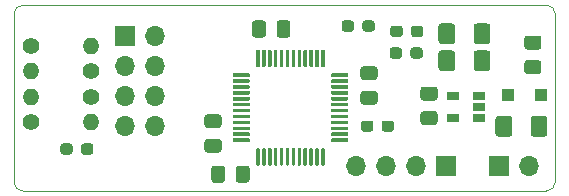
<source format=gbr>
%TF.GenerationSoftware,KiCad,Pcbnew,(5.1.8)-1*%
%TF.CreationDate,2021-01-31T15:43:31-07:00*%
%TF.ProjectId,Axle-Tx-PCB(STM32)v2,41786c65-2d54-4782-9d50-43422853544d,rev?*%
%TF.SameCoordinates,Original*%
%TF.FileFunction,Soldermask,Top*%
%TF.FilePolarity,Negative*%
%FSLAX46Y46*%
G04 Gerber Fmt 4.6, Leading zero omitted, Abs format (unit mm)*
G04 Created by KiCad (PCBNEW (5.1.8)-1) date 2021-01-31 15:43:31*
%MOMM*%
%LPD*%
G01*
G04 APERTURE LIST*
%TA.AperFunction,Profile*%
%ADD10C,0.050000*%
%TD*%
%ADD11O,1.700000X1.700000*%
%ADD12R,1.700000X1.700000*%
%ADD13O,1.400000X1.400000*%
%ADD14C,1.400000*%
%ADD15R,1.100000X1.100000*%
%ADD16R,1.060000X0.650000*%
G04 APERTURE END LIST*
D10*
X67945000Y-36322000D02*
G75*
G02*
X68707000Y-37084000I0J-762000D01*
G01*
X68707000Y-51308000D02*
G75*
G02*
X67945000Y-52070000I-762000J0D01*
G01*
X23622000Y-52070000D02*
G75*
G02*
X22860000Y-51308000I0J762000D01*
G01*
X22860000Y-37084000D02*
G75*
G02*
X23622000Y-36322000I762000J0D01*
G01*
X22860000Y-51308000D02*
X22860000Y-37084000D01*
X67945000Y-52070000D02*
X23622000Y-52070000D01*
X68707000Y-37084000D02*
X68707000Y-51308000D01*
X23622000Y-36322000D02*
X67945000Y-36322000D01*
D11*
%TO.C,J1*%
X34798000Y-46583600D03*
X32258000Y-46583600D03*
X34798000Y-44043600D03*
X32258000Y-44043600D03*
X34798000Y-41503600D03*
X32258000Y-41503600D03*
X34798000Y-38963600D03*
D12*
X32258000Y-38963600D03*
%TD*%
%TO.C,STM32*%
G36*
G01*
X49778800Y-42108800D02*
X51103800Y-42108800D01*
G75*
G02*
X51178800Y-42183800I0J-75000D01*
G01*
X51178800Y-42333800D01*
G75*
G02*
X51103800Y-42408800I-75000J0D01*
G01*
X49778800Y-42408800D01*
G75*
G02*
X49703800Y-42333800I0J75000D01*
G01*
X49703800Y-42183800D01*
G75*
G02*
X49778800Y-42108800I75000J0D01*
G01*
G37*
G36*
G01*
X49778800Y-42608800D02*
X51103800Y-42608800D01*
G75*
G02*
X51178800Y-42683800I0J-75000D01*
G01*
X51178800Y-42833800D01*
G75*
G02*
X51103800Y-42908800I-75000J0D01*
G01*
X49778800Y-42908800D01*
G75*
G02*
X49703800Y-42833800I0J75000D01*
G01*
X49703800Y-42683800D01*
G75*
G02*
X49778800Y-42608800I75000J0D01*
G01*
G37*
G36*
G01*
X49778800Y-43108800D02*
X51103800Y-43108800D01*
G75*
G02*
X51178800Y-43183800I0J-75000D01*
G01*
X51178800Y-43333800D01*
G75*
G02*
X51103800Y-43408800I-75000J0D01*
G01*
X49778800Y-43408800D01*
G75*
G02*
X49703800Y-43333800I0J75000D01*
G01*
X49703800Y-43183800D01*
G75*
G02*
X49778800Y-43108800I75000J0D01*
G01*
G37*
G36*
G01*
X49778800Y-43608800D02*
X51103800Y-43608800D01*
G75*
G02*
X51178800Y-43683800I0J-75000D01*
G01*
X51178800Y-43833800D01*
G75*
G02*
X51103800Y-43908800I-75000J0D01*
G01*
X49778800Y-43908800D01*
G75*
G02*
X49703800Y-43833800I0J75000D01*
G01*
X49703800Y-43683800D01*
G75*
G02*
X49778800Y-43608800I75000J0D01*
G01*
G37*
G36*
G01*
X49778800Y-44108800D02*
X51103800Y-44108800D01*
G75*
G02*
X51178800Y-44183800I0J-75000D01*
G01*
X51178800Y-44333800D01*
G75*
G02*
X51103800Y-44408800I-75000J0D01*
G01*
X49778800Y-44408800D01*
G75*
G02*
X49703800Y-44333800I0J75000D01*
G01*
X49703800Y-44183800D01*
G75*
G02*
X49778800Y-44108800I75000J0D01*
G01*
G37*
G36*
G01*
X49778800Y-44608800D02*
X51103800Y-44608800D01*
G75*
G02*
X51178800Y-44683800I0J-75000D01*
G01*
X51178800Y-44833800D01*
G75*
G02*
X51103800Y-44908800I-75000J0D01*
G01*
X49778800Y-44908800D01*
G75*
G02*
X49703800Y-44833800I0J75000D01*
G01*
X49703800Y-44683800D01*
G75*
G02*
X49778800Y-44608800I75000J0D01*
G01*
G37*
G36*
G01*
X49778800Y-45108800D02*
X51103800Y-45108800D01*
G75*
G02*
X51178800Y-45183800I0J-75000D01*
G01*
X51178800Y-45333800D01*
G75*
G02*
X51103800Y-45408800I-75000J0D01*
G01*
X49778800Y-45408800D01*
G75*
G02*
X49703800Y-45333800I0J75000D01*
G01*
X49703800Y-45183800D01*
G75*
G02*
X49778800Y-45108800I75000J0D01*
G01*
G37*
G36*
G01*
X49778800Y-45608800D02*
X51103800Y-45608800D01*
G75*
G02*
X51178800Y-45683800I0J-75000D01*
G01*
X51178800Y-45833800D01*
G75*
G02*
X51103800Y-45908800I-75000J0D01*
G01*
X49778800Y-45908800D01*
G75*
G02*
X49703800Y-45833800I0J75000D01*
G01*
X49703800Y-45683800D01*
G75*
G02*
X49778800Y-45608800I75000J0D01*
G01*
G37*
G36*
G01*
X49778800Y-46108800D02*
X51103800Y-46108800D01*
G75*
G02*
X51178800Y-46183800I0J-75000D01*
G01*
X51178800Y-46333800D01*
G75*
G02*
X51103800Y-46408800I-75000J0D01*
G01*
X49778800Y-46408800D01*
G75*
G02*
X49703800Y-46333800I0J75000D01*
G01*
X49703800Y-46183800D01*
G75*
G02*
X49778800Y-46108800I75000J0D01*
G01*
G37*
G36*
G01*
X49778800Y-46608800D02*
X51103800Y-46608800D01*
G75*
G02*
X51178800Y-46683800I0J-75000D01*
G01*
X51178800Y-46833800D01*
G75*
G02*
X51103800Y-46908800I-75000J0D01*
G01*
X49778800Y-46908800D01*
G75*
G02*
X49703800Y-46833800I0J75000D01*
G01*
X49703800Y-46683800D01*
G75*
G02*
X49778800Y-46608800I75000J0D01*
G01*
G37*
G36*
G01*
X49778800Y-47108800D02*
X51103800Y-47108800D01*
G75*
G02*
X51178800Y-47183800I0J-75000D01*
G01*
X51178800Y-47333800D01*
G75*
G02*
X51103800Y-47408800I-75000J0D01*
G01*
X49778800Y-47408800D01*
G75*
G02*
X49703800Y-47333800I0J75000D01*
G01*
X49703800Y-47183800D01*
G75*
G02*
X49778800Y-47108800I75000J0D01*
G01*
G37*
G36*
G01*
X49778800Y-47608800D02*
X51103800Y-47608800D01*
G75*
G02*
X51178800Y-47683800I0J-75000D01*
G01*
X51178800Y-47833800D01*
G75*
G02*
X51103800Y-47908800I-75000J0D01*
G01*
X49778800Y-47908800D01*
G75*
G02*
X49703800Y-47833800I0J75000D01*
G01*
X49703800Y-47683800D01*
G75*
G02*
X49778800Y-47608800I75000J0D01*
G01*
G37*
G36*
G01*
X48953800Y-48433800D02*
X49103800Y-48433800D01*
G75*
G02*
X49178800Y-48508800I0J-75000D01*
G01*
X49178800Y-49833800D01*
G75*
G02*
X49103800Y-49908800I-75000J0D01*
G01*
X48953800Y-49908800D01*
G75*
G02*
X48878800Y-49833800I0J75000D01*
G01*
X48878800Y-48508800D01*
G75*
G02*
X48953800Y-48433800I75000J0D01*
G01*
G37*
G36*
G01*
X48453800Y-48433800D02*
X48603800Y-48433800D01*
G75*
G02*
X48678800Y-48508800I0J-75000D01*
G01*
X48678800Y-49833800D01*
G75*
G02*
X48603800Y-49908800I-75000J0D01*
G01*
X48453800Y-49908800D01*
G75*
G02*
X48378800Y-49833800I0J75000D01*
G01*
X48378800Y-48508800D01*
G75*
G02*
X48453800Y-48433800I75000J0D01*
G01*
G37*
G36*
G01*
X47953800Y-48433800D02*
X48103800Y-48433800D01*
G75*
G02*
X48178800Y-48508800I0J-75000D01*
G01*
X48178800Y-49833800D01*
G75*
G02*
X48103800Y-49908800I-75000J0D01*
G01*
X47953800Y-49908800D01*
G75*
G02*
X47878800Y-49833800I0J75000D01*
G01*
X47878800Y-48508800D01*
G75*
G02*
X47953800Y-48433800I75000J0D01*
G01*
G37*
G36*
G01*
X47453800Y-48433800D02*
X47603800Y-48433800D01*
G75*
G02*
X47678800Y-48508800I0J-75000D01*
G01*
X47678800Y-49833800D01*
G75*
G02*
X47603800Y-49908800I-75000J0D01*
G01*
X47453800Y-49908800D01*
G75*
G02*
X47378800Y-49833800I0J75000D01*
G01*
X47378800Y-48508800D01*
G75*
G02*
X47453800Y-48433800I75000J0D01*
G01*
G37*
G36*
G01*
X46953800Y-48433800D02*
X47103800Y-48433800D01*
G75*
G02*
X47178800Y-48508800I0J-75000D01*
G01*
X47178800Y-49833800D01*
G75*
G02*
X47103800Y-49908800I-75000J0D01*
G01*
X46953800Y-49908800D01*
G75*
G02*
X46878800Y-49833800I0J75000D01*
G01*
X46878800Y-48508800D01*
G75*
G02*
X46953800Y-48433800I75000J0D01*
G01*
G37*
G36*
G01*
X46453800Y-48433800D02*
X46603800Y-48433800D01*
G75*
G02*
X46678800Y-48508800I0J-75000D01*
G01*
X46678800Y-49833800D01*
G75*
G02*
X46603800Y-49908800I-75000J0D01*
G01*
X46453800Y-49908800D01*
G75*
G02*
X46378800Y-49833800I0J75000D01*
G01*
X46378800Y-48508800D01*
G75*
G02*
X46453800Y-48433800I75000J0D01*
G01*
G37*
G36*
G01*
X45953800Y-48433800D02*
X46103800Y-48433800D01*
G75*
G02*
X46178800Y-48508800I0J-75000D01*
G01*
X46178800Y-49833800D01*
G75*
G02*
X46103800Y-49908800I-75000J0D01*
G01*
X45953800Y-49908800D01*
G75*
G02*
X45878800Y-49833800I0J75000D01*
G01*
X45878800Y-48508800D01*
G75*
G02*
X45953800Y-48433800I75000J0D01*
G01*
G37*
G36*
G01*
X45453800Y-48433800D02*
X45603800Y-48433800D01*
G75*
G02*
X45678800Y-48508800I0J-75000D01*
G01*
X45678800Y-49833800D01*
G75*
G02*
X45603800Y-49908800I-75000J0D01*
G01*
X45453800Y-49908800D01*
G75*
G02*
X45378800Y-49833800I0J75000D01*
G01*
X45378800Y-48508800D01*
G75*
G02*
X45453800Y-48433800I75000J0D01*
G01*
G37*
G36*
G01*
X44953800Y-48433800D02*
X45103800Y-48433800D01*
G75*
G02*
X45178800Y-48508800I0J-75000D01*
G01*
X45178800Y-49833800D01*
G75*
G02*
X45103800Y-49908800I-75000J0D01*
G01*
X44953800Y-49908800D01*
G75*
G02*
X44878800Y-49833800I0J75000D01*
G01*
X44878800Y-48508800D01*
G75*
G02*
X44953800Y-48433800I75000J0D01*
G01*
G37*
G36*
G01*
X44453800Y-48433800D02*
X44603800Y-48433800D01*
G75*
G02*
X44678800Y-48508800I0J-75000D01*
G01*
X44678800Y-49833800D01*
G75*
G02*
X44603800Y-49908800I-75000J0D01*
G01*
X44453800Y-49908800D01*
G75*
G02*
X44378800Y-49833800I0J75000D01*
G01*
X44378800Y-48508800D01*
G75*
G02*
X44453800Y-48433800I75000J0D01*
G01*
G37*
G36*
G01*
X43953800Y-48433800D02*
X44103800Y-48433800D01*
G75*
G02*
X44178800Y-48508800I0J-75000D01*
G01*
X44178800Y-49833800D01*
G75*
G02*
X44103800Y-49908800I-75000J0D01*
G01*
X43953800Y-49908800D01*
G75*
G02*
X43878800Y-49833800I0J75000D01*
G01*
X43878800Y-48508800D01*
G75*
G02*
X43953800Y-48433800I75000J0D01*
G01*
G37*
G36*
G01*
X43453800Y-48433800D02*
X43603800Y-48433800D01*
G75*
G02*
X43678800Y-48508800I0J-75000D01*
G01*
X43678800Y-49833800D01*
G75*
G02*
X43603800Y-49908800I-75000J0D01*
G01*
X43453800Y-49908800D01*
G75*
G02*
X43378800Y-49833800I0J75000D01*
G01*
X43378800Y-48508800D01*
G75*
G02*
X43453800Y-48433800I75000J0D01*
G01*
G37*
G36*
G01*
X41453800Y-47608800D02*
X42778800Y-47608800D01*
G75*
G02*
X42853800Y-47683800I0J-75000D01*
G01*
X42853800Y-47833800D01*
G75*
G02*
X42778800Y-47908800I-75000J0D01*
G01*
X41453800Y-47908800D01*
G75*
G02*
X41378800Y-47833800I0J75000D01*
G01*
X41378800Y-47683800D01*
G75*
G02*
X41453800Y-47608800I75000J0D01*
G01*
G37*
G36*
G01*
X41453800Y-47108800D02*
X42778800Y-47108800D01*
G75*
G02*
X42853800Y-47183800I0J-75000D01*
G01*
X42853800Y-47333800D01*
G75*
G02*
X42778800Y-47408800I-75000J0D01*
G01*
X41453800Y-47408800D01*
G75*
G02*
X41378800Y-47333800I0J75000D01*
G01*
X41378800Y-47183800D01*
G75*
G02*
X41453800Y-47108800I75000J0D01*
G01*
G37*
G36*
G01*
X41453800Y-46608800D02*
X42778800Y-46608800D01*
G75*
G02*
X42853800Y-46683800I0J-75000D01*
G01*
X42853800Y-46833800D01*
G75*
G02*
X42778800Y-46908800I-75000J0D01*
G01*
X41453800Y-46908800D01*
G75*
G02*
X41378800Y-46833800I0J75000D01*
G01*
X41378800Y-46683800D01*
G75*
G02*
X41453800Y-46608800I75000J0D01*
G01*
G37*
G36*
G01*
X41453800Y-46108800D02*
X42778800Y-46108800D01*
G75*
G02*
X42853800Y-46183800I0J-75000D01*
G01*
X42853800Y-46333800D01*
G75*
G02*
X42778800Y-46408800I-75000J0D01*
G01*
X41453800Y-46408800D01*
G75*
G02*
X41378800Y-46333800I0J75000D01*
G01*
X41378800Y-46183800D01*
G75*
G02*
X41453800Y-46108800I75000J0D01*
G01*
G37*
G36*
G01*
X41453800Y-45608800D02*
X42778800Y-45608800D01*
G75*
G02*
X42853800Y-45683800I0J-75000D01*
G01*
X42853800Y-45833800D01*
G75*
G02*
X42778800Y-45908800I-75000J0D01*
G01*
X41453800Y-45908800D01*
G75*
G02*
X41378800Y-45833800I0J75000D01*
G01*
X41378800Y-45683800D01*
G75*
G02*
X41453800Y-45608800I75000J0D01*
G01*
G37*
G36*
G01*
X41453800Y-45108800D02*
X42778800Y-45108800D01*
G75*
G02*
X42853800Y-45183800I0J-75000D01*
G01*
X42853800Y-45333800D01*
G75*
G02*
X42778800Y-45408800I-75000J0D01*
G01*
X41453800Y-45408800D01*
G75*
G02*
X41378800Y-45333800I0J75000D01*
G01*
X41378800Y-45183800D01*
G75*
G02*
X41453800Y-45108800I75000J0D01*
G01*
G37*
G36*
G01*
X41453800Y-44608800D02*
X42778800Y-44608800D01*
G75*
G02*
X42853800Y-44683800I0J-75000D01*
G01*
X42853800Y-44833800D01*
G75*
G02*
X42778800Y-44908800I-75000J0D01*
G01*
X41453800Y-44908800D01*
G75*
G02*
X41378800Y-44833800I0J75000D01*
G01*
X41378800Y-44683800D01*
G75*
G02*
X41453800Y-44608800I75000J0D01*
G01*
G37*
G36*
G01*
X41453800Y-44108800D02*
X42778800Y-44108800D01*
G75*
G02*
X42853800Y-44183800I0J-75000D01*
G01*
X42853800Y-44333800D01*
G75*
G02*
X42778800Y-44408800I-75000J0D01*
G01*
X41453800Y-44408800D01*
G75*
G02*
X41378800Y-44333800I0J75000D01*
G01*
X41378800Y-44183800D01*
G75*
G02*
X41453800Y-44108800I75000J0D01*
G01*
G37*
G36*
G01*
X41453800Y-43608800D02*
X42778800Y-43608800D01*
G75*
G02*
X42853800Y-43683800I0J-75000D01*
G01*
X42853800Y-43833800D01*
G75*
G02*
X42778800Y-43908800I-75000J0D01*
G01*
X41453800Y-43908800D01*
G75*
G02*
X41378800Y-43833800I0J75000D01*
G01*
X41378800Y-43683800D01*
G75*
G02*
X41453800Y-43608800I75000J0D01*
G01*
G37*
G36*
G01*
X41453800Y-43108800D02*
X42778800Y-43108800D01*
G75*
G02*
X42853800Y-43183800I0J-75000D01*
G01*
X42853800Y-43333800D01*
G75*
G02*
X42778800Y-43408800I-75000J0D01*
G01*
X41453800Y-43408800D01*
G75*
G02*
X41378800Y-43333800I0J75000D01*
G01*
X41378800Y-43183800D01*
G75*
G02*
X41453800Y-43108800I75000J0D01*
G01*
G37*
G36*
G01*
X41453800Y-42608800D02*
X42778800Y-42608800D01*
G75*
G02*
X42853800Y-42683800I0J-75000D01*
G01*
X42853800Y-42833800D01*
G75*
G02*
X42778800Y-42908800I-75000J0D01*
G01*
X41453800Y-42908800D01*
G75*
G02*
X41378800Y-42833800I0J75000D01*
G01*
X41378800Y-42683800D01*
G75*
G02*
X41453800Y-42608800I75000J0D01*
G01*
G37*
G36*
G01*
X41453800Y-42108800D02*
X42778800Y-42108800D01*
G75*
G02*
X42853800Y-42183800I0J-75000D01*
G01*
X42853800Y-42333800D01*
G75*
G02*
X42778800Y-42408800I-75000J0D01*
G01*
X41453800Y-42408800D01*
G75*
G02*
X41378800Y-42333800I0J75000D01*
G01*
X41378800Y-42183800D01*
G75*
G02*
X41453800Y-42108800I75000J0D01*
G01*
G37*
G36*
G01*
X43453800Y-40108800D02*
X43603800Y-40108800D01*
G75*
G02*
X43678800Y-40183800I0J-75000D01*
G01*
X43678800Y-41508800D01*
G75*
G02*
X43603800Y-41583800I-75000J0D01*
G01*
X43453800Y-41583800D01*
G75*
G02*
X43378800Y-41508800I0J75000D01*
G01*
X43378800Y-40183800D01*
G75*
G02*
X43453800Y-40108800I75000J0D01*
G01*
G37*
G36*
G01*
X43953800Y-40108800D02*
X44103800Y-40108800D01*
G75*
G02*
X44178800Y-40183800I0J-75000D01*
G01*
X44178800Y-41508800D01*
G75*
G02*
X44103800Y-41583800I-75000J0D01*
G01*
X43953800Y-41583800D01*
G75*
G02*
X43878800Y-41508800I0J75000D01*
G01*
X43878800Y-40183800D01*
G75*
G02*
X43953800Y-40108800I75000J0D01*
G01*
G37*
G36*
G01*
X44453800Y-40108800D02*
X44603800Y-40108800D01*
G75*
G02*
X44678800Y-40183800I0J-75000D01*
G01*
X44678800Y-41508800D01*
G75*
G02*
X44603800Y-41583800I-75000J0D01*
G01*
X44453800Y-41583800D01*
G75*
G02*
X44378800Y-41508800I0J75000D01*
G01*
X44378800Y-40183800D01*
G75*
G02*
X44453800Y-40108800I75000J0D01*
G01*
G37*
G36*
G01*
X44953800Y-40108800D02*
X45103800Y-40108800D01*
G75*
G02*
X45178800Y-40183800I0J-75000D01*
G01*
X45178800Y-41508800D01*
G75*
G02*
X45103800Y-41583800I-75000J0D01*
G01*
X44953800Y-41583800D01*
G75*
G02*
X44878800Y-41508800I0J75000D01*
G01*
X44878800Y-40183800D01*
G75*
G02*
X44953800Y-40108800I75000J0D01*
G01*
G37*
G36*
G01*
X45453800Y-40108800D02*
X45603800Y-40108800D01*
G75*
G02*
X45678800Y-40183800I0J-75000D01*
G01*
X45678800Y-41508800D01*
G75*
G02*
X45603800Y-41583800I-75000J0D01*
G01*
X45453800Y-41583800D01*
G75*
G02*
X45378800Y-41508800I0J75000D01*
G01*
X45378800Y-40183800D01*
G75*
G02*
X45453800Y-40108800I75000J0D01*
G01*
G37*
G36*
G01*
X45953800Y-40108800D02*
X46103800Y-40108800D01*
G75*
G02*
X46178800Y-40183800I0J-75000D01*
G01*
X46178800Y-41508800D01*
G75*
G02*
X46103800Y-41583800I-75000J0D01*
G01*
X45953800Y-41583800D01*
G75*
G02*
X45878800Y-41508800I0J75000D01*
G01*
X45878800Y-40183800D01*
G75*
G02*
X45953800Y-40108800I75000J0D01*
G01*
G37*
G36*
G01*
X46453800Y-40108800D02*
X46603800Y-40108800D01*
G75*
G02*
X46678800Y-40183800I0J-75000D01*
G01*
X46678800Y-41508800D01*
G75*
G02*
X46603800Y-41583800I-75000J0D01*
G01*
X46453800Y-41583800D01*
G75*
G02*
X46378800Y-41508800I0J75000D01*
G01*
X46378800Y-40183800D01*
G75*
G02*
X46453800Y-40108800I75000J0D01*
G01*
G37*
G36*
G01*
X46953800Y-40108800D02*
X47103800Y-40108800D01*
G75*
G02*
X47178800Y-40183800I0J-75000D01*
G01*
X47178800Y-41508800D01*
G75*
G02*
X47103800Y-41583800I-75000J0D01*
G01*
X46953800Y-41583800D01*
G75*
G02*
X46878800Y-41508800I0J75000D01*
G01*
X46878800Y-40183800D01*
G75*
G02*
X46953800Y-40108800I75000J0D01*
G01*
G37*
G36*
G01*
X47453800Y-40108800D02*
X47603800Y-40108800D01*
G75*
G02*
X47678800Y-40183800I0J-75000D01*
G01*
X47678800Y-41508800D01*
G75*
G02*
X47603800Y-41583800I-75000J0D01*
G01*
X47453800Y-41583800D01*
G75*
G02*
X47378800Y-41508800I0J75000D01*
G01*
X47378800Y-40183800D01*
G75*
G02*
X47453800Y-40108800I75000J0D01*
G01*
G37*
G36*
G01*
X47953800Y-40108800D02*
X48103800Y-40108800D01*
G75*
G02*
X48178800Y-40183800I0J-75000D01*
G01*
X48178800Y-41508800D01*
G75*
G02*
X48103800Y-41583800I-75000J0D01*
G01*
X47953800Y-41583800D01*
G75*
G02*
X47878800Y-41508800I0J75000D01*
G01*
X47878800Y-40183800D01*
G75*
G02*
X47953800Y-40108800I75000J0D01*
G01*
G37*
G36*
G01*
X48453800Y-40108800D02*
X48603800Y-40108800D01*
G75*
G02*
X48678800Y-40183800I0J-75000D01*
G01*
X48678800Y-41508800D01*
G75*
G02*
X48603800Y-41583800I-75000J0D01*
G01*
X48453800Y-41583800D01*
G75*
G02*
X48378800Y-41508800I0J75000D01*
G01*
X48378800Y-40183800D01*
G75*
G02*
X48453800Y-40108800I75000J0D01*
G01*
G37*
G36*
G01*
X48953800Y-40108800D02*
X49103800Y-40108800D01*
G75*
G02*
X49178800Y-40183800I0J-75000D01*
G01*
X49178800Y-41508800D01*
G75*
G02*
X49103800Y-41583800I-75000J0D01*
G01*
X48953800Y-41583800D01*
G75*
G02*
X48878800Y-41508800I0J75000D01*
G01*
X48878800Y-40183800D01*
G75*
G02*
X48953800Y-40108800I75000J0D01*
G01*
G37*
%TD*%
D11*
%TO.C,SWD1*%
X51816000Y-49987200D03*
X54356000Y-49987200D03*
X56896000Y-49987200D03*
D12*
X59436000Y-49987200D03*
%TD*%
D13*
%TO.C,SG4*%
X24282400Y-41910000D03*
D14*
X29362400Y-41910000D03*
%TD*%
D13*
%TO.C,SG3*%
X29362400Y-39776400D03*
D14*
X24282400Y-39776400D03*
%TD*%
D13*
%TO.C,SG2*%
X24282400Y-44069000D03*
D14*
X29362400Y-44069000D03*
%TD*%
D13*
%TO.C,SG1*%
X29362400Y-46202600D03*
D14*
X24282400Y-46202600D03*
%TD*%
%TO.C,R6*%
G36*
G01*
X28544000Y-48751500D02*
X28544000Y-48276500D01*
G75*
G02*
X28781500Y-48039000I237500J0D01*
G01*
X29356500Y-48039000D01*
G75*
G02*
X29594000Y-48276500I0J-237500D01*
G01*
X29594000Y-48751500D01*
G75*
G02*
X29356500Y-48989000I-237500J0D01*
G01*
X28781500Y-48989000D01*
G75*
G02*
X28544000Y-48751500I0J237500D01*
G01*
G37*
G36*
G01*
X26794000Y-48751500D02*
X26794000Y-48276500D01*
G75*
G02*
X27031500Y-48039000I237500J0D01*
G01*
X27606500Y-48039000D01*
G75*
G02*
X27844000Y-48276500I0J-237500D01*
G01*
X27844000Y-48751500D01*
G75*
G02*
X27606500Y-48989000I-237500J0D01*
G01*
X27031500Y-48989000D01*
G75*
G02*
X26794000Y-48751500I0J237500D01*
G01*
G37*
%TD*%
%TO.C,R5*%
G36*
G01*
X51669200Y-37862500D02*
X51669200Y-38337500D01*
G75*
G02*
X51431700Y-38575000I-237500J0D01*
G01*
X50856700Y-38575000D01*
G75*
G02*
X50619200Y-38337500I0J237500D01*
G01*
X50619200Y-37862500D01*
G75*
G02*
X50856700Y-37625000I237500J0D01*
G01*
X51431700Y-37625000D01*
G75*
G02*
X51669200Y-37862500I0J-237500D01*
G01*
G37*
G36*
G01*
X53419200Y-37862500D02*
X53419200Y-38337500D01*
G75*
G02*
X53181700Y-38575000I-237500J0D01*
G01*
X52606700Y-38575000D01*
G75*
G02*
X52369200Y-38337500I0J237500D01*
G01*
X52369200Y-37862500D01*
G75*
G02*
X52606700Y-37625000I237500J0D01*
G01*
X53181700Y-37625000D01*
G75*
G02*
X53419200Y-37862500I0J-237500D01*
G01*
G37*
%TD*%
%TO.C,R4*%
G36*
G01*
X53994800Y-46821100D02*
X53994800Y-46346100D01*
G75*
G02*
X54232300Y-46108600I237500J0D01*
G01*
X54807300Y-46108600D01*
G75*
G02*
X55044800Y-46346100I0J-237500D01*
G01*
X55044800Y-46821100D01*
G75*
G02*
X54807300Y-47058600I-237500J0D01*
G01*
X54232300Y-47058600D01*
G75*
G02*
X53994800Y-46821100I0J237500D01*
G01*
G37*
G36*
G01*
X52244800Y-46821100D02*
X52244800Y-46346100D01*
G75*
G02*
X52482300Y-46108600I237500J0D01*
G01*
X53057300Y-46108600D01*
G75*
G02*
X53294800Y-46346100I0J-237500D01*
G01*
X53294800Y-46821100D01*
G75*
G02*
X53057300Y-47058600I-237500J0D01*
G01*
X52482300Y-47058600D01*
G75*
G02*
X52244800Y-46821100I0J237500D01*
G01*
G37*
%TD*%
%TO.C,R2*%
G36*
G01*
X56484000Y-38794700D02*
X56484000Y-38319700D01*
G75*
G02*
X56721500Y-38082200I237500J0D01*
G01*
X57296500Y-38082200D01*
G75*
G02*
X57534000Y-38319700I0J-237500D01*
G01*
X57534000Y-38794700D01*
G75*
G02*
X57296500Y-39032200I-237500J0D01*
G01*
X56721500Y-39032200D01*
G75*
G02*
X56484000Y-38794700I0J237500D01*
G01*
G37*
G36*
G01*
X54734000Y-38794700D02*
X54734000Y-38319700D01*
G75*
G02*
X54971500Y-38082200I237500J0D01*
G01*
X55546500Y-38082200D01*
G75*
G02*
X55784000Y-38319700I0J-237500D01*
G01*
X55784000Y-38794700D01*
G75*
G02*
X55546500Y-39032200I-237500J0D01*
G01*
X54971500Y-39032200D01*
G75*
G02*
X54734000Y-38794700I0J237500D01*
G01*
G37*
%TD*%
%TO.C,R1*%
G36*
G01*
X56433200Y-40623500D02*
X56433200Y-40148500D01*
G75*
G02*
X56670700Y-39911000I237500J0D01*
G01*
X57245700Y-39911000D01*
G75*
G02*
X57483200Y-40148500I0J-237500D01*
G01*
X57483200Y-40623500D01*
G75*
G02*
X57245700Y-40861000I-237500J0D01*
G01*
X56670700Y-40861000D01*
G75*
G02*
X56433200Y-40623500I0J237500D01*
G01*
G37*
G36*
G01*
X54683200Y-40623500D02*
X54683200Y-40148500D01*
G75*
G02*
X54920700Y-39911000I237500J0D01*
G01*
X55495700Y-39911000D01*
G75*
G02*
X55733200Y-40148500I0J-237500D01*
G01*
X55733200Y-40623500D01*
G75*
G02*
X55495700Y-40861000I-237500J0D01*
G01*
X54920700Y-40861000D01*
G75*
G02*
X54683200Y-40623500I0J237500D01*
G01*
G37*
%TD*%
%TO.C,F1*%
G36*
G01*
X66611800Y-47208600D02*
X66611800Y-45958600D01*
G75*
G02*
X66861800Y-45708600I250000J0D01*
G01*
X67786800Y-45708600D01*
G75*
G02*
X68036800Y-45958600I0J-250000D01*
G01*
X68036800Y-47208600D01*
G75*
G02*
X67786800Y-47458600I-250000J0D01*
G01*
X66861800Y-47458600D01*
G75*
G02*
X66611800Y-47208600I0J250000D01*
G01*
G37*
G36*
G01*
X63636800Y-47208600D02*
X63636800Y-45958600D01*
G75*
G02*
X63886800Y-45708600I250000J0D01*
G01*
X64811800Y-45708600D01*
G75*
G02*
X65061800Y-45958600I0J-250000D01*
G01*
X65061800Y-47208600D01*
G75*
G02*
X64811800Y-47458600I-250000J0D01*
G01*
X63886800Y-47458600D01*
G75*
G02*
X63636800Y-47208600I0J250000D01*
G01*
G37*
%TD*%
%TO.C,LED2*%
G36*
G01*
X60235800Y-38135400D02*
X60235800Y-39385400D01*
G75*
G02*
X59985800Y-39635400I-250000J0D01*
G01*
X59060800Y-39635400D01*
G75*
G02*
X58810800Y-39385400I0J250000D01*
G01*
X58810800Y-38135400D01*
G75*
G02*
X59060800Y-37885400I250000J0D01*
G01*
X59985800Y-37885400D01*
G75*
G02*
X60235800Y-38135400I0J-250000D01*
G01*
G37*
G36*
G01*
X63210800Y-38135400D02*
X63210800Y-39385400D01*
G75*
G02*
X62960800Y-39635400I-250000J0D01*
G01*
X62035800Y-39635400D01*
G75*
G02*
X61785800Y-39385400I0J250000D01*
G01*
X61785800Y-38135400D01*
G75*
G02*
X62035800Y-37885400I250000J0D01*
G01*
X62960800Y-37885400D01*
G75*
G02*
X63210800Y-38135400I0J-250000D01*
G01*
G37*
%TD*%
%TO.C,LED1*%
G36*
G01*
X60235800Y-40421400D02*
X60235800Y-41671400D01*
G75*
G02*
X59985800Y-41921400I-250000J0D01*
G01*
X59060800Y-41921400D01*
G75*
G02*
X58810800Y-41671400I0J250000D01*
G01*
X58810800Y-40421400D01*
G75*
G02*
X59060800Y-40171400I250000J0D01*
G01*
X59985800Y-40171400D01*
G75*
G02*
X60235800Y-40421400I0J-250000D01*
G01*
G37*
G36*
G01*
X63210800Y-40421400D02*
X63210800Y-41671400D01*
G75*
G02*
X62960800Y-41921400I-250000J0D01*
G01*
X62035800Y-41921400D01*
G75*
G02*
X61785800Y-41671400I0J250000D01*
G01*
X61785800Y-40421400D01*
G75*
G02*
X62035800Y-40171400I250000J0D01*
G01*
X62960800Y-40171400D01*
G75*
G02*
X63210800Y-40421400I0J-250000D01*
G01*
G37*
%TD*%
D15*
%TO.C,D1*%
X67490800Y-43942000D03*
X64690800Y-43942000D03*
%TD*%
%TO.C,C7*%
G36*
G01*
X58488600Y-44406400D02*
X57538600Y-44406400D01*
G75*
G02*
X57288600Y-44156400I0J250000D01*
G01*
X57288600Y-43481400D01*
G75*
G02*
X57538600Y-43231400I250000J0D01*
G01*
X58488600Y-43231400D01*
G75*
G02*
X58738600Y-43481400I0J-250000D01*
G01*
X58738600Y-44156400D01*
G75*
G02*
X58488600Y-44406400I-250000J0D01*
G01*
G37*
G36*
G01*
X58488600Y-46481400D02*
X57538600Y-46481400D01*
G75*
G02*
X57288600Y-46231400I0J250000D01*
G01*
X57288600Y-45556400D01*
G75*
G02*
X57538600Y-45306400I250000J0D01*
G01*
X58488600Y-45306400D01*
G75*
G02*
X58738600Y-45556400I0J-250000D01*
G01*
X58738600Y-46231400D01*
G75*
G02*
X58488600Y-46481400I-250000J0D01*
G01*
G37*
%TD*%
%TO.C,C6*%
G36*
G01*
X67277000Y-40088400D02*
X66327000Y-40088400D01*
G75*
G02*
X66077000Y-39838400I0J250000D01*
G01*
X66077000Y-39163400D01*
G75*
G02*
X66327000Y-38913400I250000J0D01*
G01*
X67277000Y-38913400D01*
G75*
G02*
X67527000Y-39163400I0J-250000D01*
G01*
X67527000Y-39838400D01*
G75*
G02*
X67277000Y-40088400I-250000J0D01*
G01*
G37*
G36*
G01*
X67277000Y-42163400D02*
X66327000Y-42163400D01*
G75*
G02*
X66077000Y-41913400I0J250000D01*
G01*
X66077000Y-41238400D01*
G75*
G02*
X66327000Y-40988400I250000J0D01*
G01*
X67277000Y-40988400D01*
G75*
G02*
X67527000Y-41238400I0J-250000D01*
G01*
X67527000Y-41913400D01*
G75*
G02*
X67277000Y-42163400I-250000J0D01*
G01*
G37*
%TD*%
%TO.C,C4*%
G36*
G01*
X40200600Y-46743200D02*
X39250600Y-46743200D01*
G75*
G02*
X39000600Y-46493200I0J250000D01*
G01*
X39000600Y-45818200D01*
G75*
G02*
X39250600Y-45568200I250000J0D01*
G01*
X40200600Y-45568200D01*
G75*
G02*
X40450600Y-45818200I0J-250000D01*
G01*
X40450600Y-46493200D01*
G75*
G02*
X40200600Y-46743200I-250000J0D01*
G01*
G37*
G36*
G01*
X40200600Y-48818200D02*
X39250600Y-48818200D01*
G75*
G02*
X39000600Y-48568200I0J250000D01*
G01*
X39000600Y-47893200D01*
G75*
G02*
X39250600Y-47643200I250000J0D01*
G01*
X40200600Y-47643200D01*
G75*
G02*
X40450600Y-47893200I0J-250000D01*
G01*
X40450600Y-48568200D01*
G75*
G02*
X40200600Y-48818200I-250000J0D01*
G01*
G37*
%TD*%
%TO.C,C3*%
G36*
G01*
X40748800Y-50172600D02*
X40748800Y-51122600D01*
G75*
G02*
X40498800Y-51372600I-250000J0D01*
G01*
X39823800Y-51372600D01*
G75*
G02*
X39573800Y-51122600I0J250000D01*
G01*
X39573800Y-50172600D01*
G75*
G02*
X39823800Y-49922600I250000J0D01*
G01*
X40498800Y-49922600D01*
G75*
G02*
X40748800Y-50172600I0J-250000D01*
G01*
G37*
G36*
G01*
X42823800Y-50172600D02*
X42823800Y-51122600D01*
G75*
G02*
X42573800Y-51372600I-250000J0D01*
G01*
X41898800Y-51372600D01*
G75*
G02*
X41648800Y-51122600I0J250000D01*
G01*
X41648800Y-50172600D01*
G75*
G02*
X41898800Y-49922600I250000J0D01*
G01*
X42573800Y-49922600D01*
G75*
G02*
X42823800Y-50172600I0J-250000D01*
G01*
G37*
%TD*%
%TO.C,C2*%
G36*
G01*
X45103200Y-38829000D02*
X45103200Y-37879000D01*
G75*
G02*
X45353200Y-37629000I250000J0D01*
G01*
X46028200Y-37629000D01*
G75*
G02*
X46278200Y-37879000I0J-250000D01*
G01*
X46278200Y-38829000D01*
G75*
G02*
X46028200Y-39079000I-250000J0D01*
G01*
X45353200Y-39079000D01*
G75*
G02*
X45103200Y-38829000I0J250000D01*
G01*
G37*
G36*
G01*
X43028200Y-38829000D02*
X43028200Y-37879000D01*
G75*
G02*
X43278200Y-37629000I250000J0D01*
G01*
X43953200Y-37629000D01*
G75*
G02*
X44203200Y-37879000I0J-250000D01*
G01*
X44203200Y-38829000D01*
G75*
G02*
X43953200Y-39079000I-250000J0D01*
G01*
X43278200Y-39079000D01*
G75*
G02*
X43028200Y-38829000I0J250000D01*
G01*
G37*
%TD*%
%TO.C,C1*%
G36*
G01*
X52458600Y-43579200D02*
X53408600Y-43579200D01*
G75*
G02*
X53658600Y-43829200I0J-250000D01*
G01*
X53658600Y-44504200D01*
G75*
G02*
X53408600Y-44754200I-250000J0D01*
G01*
X52458600Y-44754200D01*
G75*
G02*
X52208600Y-44504200I0J250000D01*
G01*
X52208600Y-43829200D01*
G75*
G02*
X52458600Y-43579200I250000J0D01*
G01*
G37*
G36*
G01*
X52458600Y-41504200D02*
X53408600Y-41504200D01*
G75*
G02*
X53658600Y-41754200I0J-250000D01*
G01*
X53658600Y-42429200D01*
G75*
G02*
X53408600Y-42679200I-250000J0D01*
G01*
X52458600Y-42679200D01*
G75*
G02*
X52208600Y-42429200I0J250000D01*
G01*
X52208600Y-41754200D01*
G75*
G02*
X52458600Y-41504200I250000J0D01*
G01*
G37*
%TD*%
D11*
%TO.C,B+1*%
X66446400Y-49936400D03*
D12*
X63906400Y-49936400D03*
%TD*%
D16*
%TO.C,3v3reg1*%
X60012400Y-45908000D03*
X60012400Y-44008000D03*
X62212400Y-44008000D03*
X62212400Y-44958000D03*
X62212400Y-45908000D03*
%TD*%
M02*

</source>
